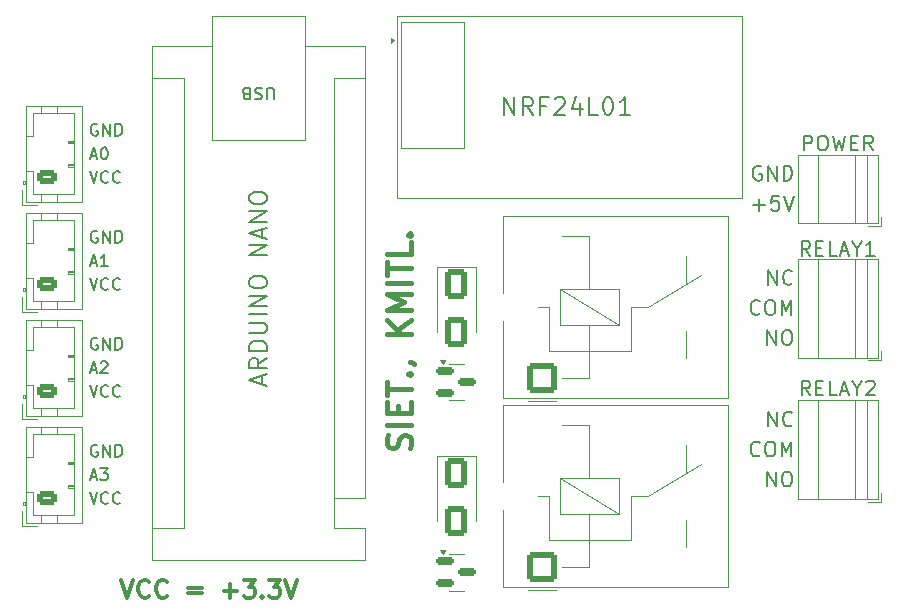
<source format=gbr>
%TF.GenerationSoftware,KiCad,Pcbnew,8.0.5*%
%TF.CreationDate,2025-02-12T03:45:18+07:00*%
%TF.ProjectId,SmartFarmMySensors_ArduinoNano,536d6172-7446-4617-926d-4d7953656e73,rev?*%
%TF.SameCoordinates,Original*%
%TF.FileFunction,Legend,Top*%
%TF.FilePolarity,Positive*%
%FSLAX46Y46*%
G04 Gerber Fmt 4.6, Leading zero omitted, Abs format (unit mm)*
G04 Created by KiCad (PCBNEW 8.0.5) date 2025-02-12 03:45:18*
%MOMM*%
%LPD*%
G01*
G04 APERTURE LIST*
G04 Aperture macros list*
%AMRoundRect*
0 Rectangle with rounded corners*
0 $1 Rounding radius*
0 $2 $3 $4 $5 $6 $7 $8 $9 X,Y pos of 4 corners*
0 Add a 4 corners polygon primitive as box body*
4,1,4,$2,$3,$4,$5,$6,$7,$8,$9,$2,$3,0*
0 Add four circle primitives for the rounded corners*
1,1,$1+$1,$2,$3*
1,1,$1+$1,$4,$5*
1,1,$1+$1,$6,$7*
1,1,$1+$1,$8,$9*
0 Add four rect primitives between the rounded corners*
20,1,$1+$1,$2,$3,$4,$5,0*
20,1,$1+$1,$4,$5,$6,$7,0*
20,1,$1+$1,$6,$7,$8,$9,0*
20,1,$1+$1,$8,$9,$2,$3,0*%
G04 Aperture macros list end*
%ADD10C,0.400000*%
%ADD11C,0.300000*%
%ADD12C,0.200000*%
%ADD13C,0.150000*%
%ADD14C,0.156250*%
%ADD15C,0.120000*%
%ADD16R,1.700000X1.700000*%
%ADD17C,1.700000*%
%ADD18RoundRect,0.150000X-0.587500X-0.150000X0.587500X-0.150000X0.587500X0.150000X-0.587500X0.150000X0*%
%ADD19C,2.400000*%
%ADD20RoundRect,0.250000X1.000000X-1.000000X1.000000X1.000000X-1.000000X1.000000X-1.000000X-1.000000X0*%
%ADD21R,2.000000X2.000000*%
%ADD22C,2.000000*%
%ADD23RoundRect,0.250000X0.625000X-0.350000X0.625000X0.350000X-0.625000X0.350000X-0.625000X-0.350000X0*%
%ADD24O,1.750000X1.200000*%
%ADD25C,0.800000*%
%ADD26C,6.400000*%
%ADD27RoundRect,0.250000X-0.650000X1.000000X-0.650000X-1.000000X0.650000X-1.000000X0.650000X1.000000X0*%
%ADD28R,1.600000X1.600000*%
%ADD29O,1.600000X1.600000*%
G04 APERTURE END LIST*
D10*
X142489200Y-85305890D02*
X142584438Y-85020176D01*
X142584438Y-85020176D02*
X142584438Y-84543985D01*
X142584438Y-84543985D02*
X142489200Y-84353509D01*
X142489200Y-84353509D02*
X142393961Y-84258271D01*
X142393961Y-84258271D02*
X142203485Y-84163033D01*
X142203485Y-84163033D02*
X142013009Y-84163033D01*
X142013009Y-84163033D02*
X141822533Y-84258271D01*
X141822533Y-84258271D02*
X141727295Y-84353509D01*
X141727295Y-84353509D02*
X141632057Y-84543985D01*
X141632057Y-84543985D02*
X141536819Y-84924938D01*
X141536819Y-84924938D02*
X141441580Y-85115414D01*
X141441580Y-85115414D02*
X141346342Y-85210652D01*
X141346342Y-85210652D02*
X141155866Y-85305890D01*
X141155866Y-85305890D02*
X140965390Y-85305890D01*
X140965390Y-85305890D02*
X140774914Y-85210652D01*
X140774914Y-85210652D02*
X140679676Y-85115414D01*
X140679676Y-85115414D02*
X140584438Y-84924938D01*
X140584438Y-84924938D02*
X140584438Y-84448747D01*
X140584438Y-84448747D02*
X140679676Y-84163033D01*
X142584438Y-83305890D02*
X140584438Y-83305890D01*
X141536819Y-82353509D02*
X141536819Y-81686842D01*
X142584438Y-81401128D02*
X142584438Y-82353509D01*
X142584438Y-82353509D02*
X140584438Y-82353509D01*
X140584438Y-82353509D02*
X140584438Y-81401128D01*
X140584438Y-80829699D02*
X140584438Y-79686842D01*
X142584438Y-80258271D02*
X140584438Y-80258271D01*
X142393961Y-79020175D02*
X142489200Y-78924937D01*
X142489200Y-78924937D02*
X142584438Y-79020175D01*
X142584438Y-79020175D02*
X142489200Y-79115413D01*
X142489200Y-79115413D02*
X142393961Y-79020175D01*
X142393961Y-79020175D02*
X142584438Y-79020175D01*
X142489200Y-77972556D02*
X142584438Y-77972556D01*
X142584438Y-77972556D02*
X142774914Y-78067794D01*
X142774914Y-78067794D02*
X142870152Y-78163032D01*
X142584438Y-75591603D02*
X140584438Y-75591603D01*
X142584438Y-74448746D02*
X141441580Y-75305889D01*
X140584438Y-74448746D02*
X141727295Y-75591603D01*
X142584438Y-73591603D02*
X140584438Y-73591603D01*
X140584438Y-73591603D02*
X142013009Y-72924936D01*
X142013009Y-72924936D02*
X140584438Y-72258270D01*
X140584438Y-72258270D02*
X142584438Y-72258270D01*
X142584438Y-71305889D02*
X140584438Y-71305889D01*
X140584438Y-70639222D02*
X140584438Y-69496365D01*
X142584438Y-70067794D02*
X140584438Y-70067794D01*
X142584438Y-67877317D02*
X142584438Y-68829698D01*
X142584438Y-68829698D02*
X140584438Y-68829698D01*
X142393961Y-67210650D02*
X142489200Y-67115412D01*
X142489200Y-67115412D02*
X142584438Y-67210650D01*
X142584438Y-67210650D02*
X142489200Y-67305888D01*
X142489200Y-67305888D02*
X142393961Y-67210650D01*
X142393961Y-67210650D02*
X142584438Y-67210650D01*
D11*
X118090225Y-96450828D02*
X118590225Y-97950828D01*
X118590225Y-97950828D02*
X119090225Y-96450828D01*
X120447367Y-97807971D02*
X120375939Y-97879400D01*
X120375939Y-97879400D02*
X120161653Y-97950828D01*
X120161653Y-97950828D02*
X120018796Y-97950828D01*
X120018796Y-97950828D02*
X119804510Y-97879400D01*
X119804510Y-97879400D02*
X119661653Y-97736542D01*
X119661653Y-97736542D02*
X119590224Y-97593685D01*
X119590224Y-97593685D02*
X119518796Y-97307971D01*
X119518796Y-97307971D02*
X119518796Y-97093685D01*
X119518796Y-97093685D02*
X119590224Y-96807971D01*
X119590224Y-96807971D02*
X119661653Y-96665114D01*
X119661653Y-96665114D02*
X119804510Y-96522257D01*
X119804510Y-96522257D02*
X120018796Y-96450828D01*
X120018796Y-96450828D02*
X120161653Y-96450828D01*
X120161653Y-96450828D02*
X120375939Y-96522257D01*
X120375939Y-96522257D02*
X120447367Y-96593685D01*
X121947367Y-97807971D02*
X121875939Y-97879400D01*
X121875939Y-97879400D02*
X121661653Y-97950828D01*
X121661653Y-97950828D02*
X121518796Y-97950828D01*
X121518796Y-97950828D02*
X121304510Y-97879400D01*
X121304510Y-97879400D02*
X121161653Y-97736542D01*
X121161653Y-97736542D02*
X121090224Y-97593685D01*
X121090224Y-97593685D02*
X121018796Y-97307971D01*
X121018796Y-97307971D02*
X121018796Y-97093685D01*
X121018796Y-97093685D02*
X121090224Y-96807971D01*
X121090224Y-96807971D02*
X121161653Y-96665114D01*
X121161653Y-96665114D02*
X121304510Y-96522257D01*
X121304510Y-96522257D02*
X121518796Y-96450828D01*
X121518796Y-96450828D02*
X121661653Y-96450828D01*
X121661653Y-96450828D02*
X121875939Y-96522257D01*
X121875939Y-96522257D02*
X121947367Y-96593685D01*
X123733081Y-97165114D02*
X124875939Y-97165114D01*
X124875939Y-97593685D02*
X123733081Y-97593685D01*
X126733081Y-97379400D02*
X127875939Y-97379400D01*
X127304510Y-97950828D02*
X127304510Y-96807971D01*
X128447367Y-96450828D02*
X129375939Y-96450828D01*
X129375939Y-96450828D02*
X128875939Y-97022257D01*
X128875939Y-97022257D02*
X129090224Y-97022257D01*
X129090224Y-97022257D02*
X129233082Y-97093685D01*
X129233082Y-97093685D02*
X129304510Y-97165114D01*
X129304510Y-97165114D02*
X129375939Y-97307971D01*
X129375939Y-97307971D02*
X129375939Y-97665114D01*
X129375939Y-97665114D02*
X129304510Y-97807971D01*
X129304510Y-97807971D02*
X129233082Y-97879400D01*
X129233082Y-97879400D02*
X129090224Y-97950828D01*
X129090224Y-97950828D02*
X128661653Y-97950828D01*
X128661653Y-97950828D02*
X128518796Y-97879400D01*
X128518796Y-97879400D02*
X128447367Y-97807971D01*
X130018795Y-97807971D02*
X130090224Y-97879400D01*
X130090224Y-97879400D02*
X130018795Y-97950828D01*
X130018795Y-97950828D02*
X129947367Y-97879400D01*
X129947367Y-97879400D02*
X130018795Y-97807971D01*
X130018795Y-97807971D02*
X130018795Y-97950828D01*
X130590224Y-96450828D02*
X131518796Y-96450828D01*
X131518796Y-96450828D02*
X131018796Y-97022257D01*
X131018796Y-97022257D02*
X131233081Y-97022257D01*
X131233081Y-97022257D02*
X131375939Y-97093685D01*
X131375939Y-97093685D02*
X131447367Y-97165114D01*
X131447367Y-97165114D02*
X131518796Y-97307971D01*
X131518796Y-97307971D02*
X131518796Y-97665114D01*
X131518796Y-97665114D02*
X131447367Y-97807971D01*
X131447367Y-97807971D02*
X131375939Y-97879400D01*
X131375939Y-97879400D02*
X131233081Y-97950828D01*
X131233081Y-97950828D02*
X130804510Y-97950828D01*
X130804510Y-97950828D02*
X130661653Y-97879400D01*
X130661653Y-97879400D02*
X130590224Y-97807971D01*
X131947367Y-96450828D02*
X132447367Y-97950828D01*
X132447367Y-97950828D02*
X132947367Y-96450828D01*
D12*
X150495864Y-57077528D02*
X150495864Y-55577528D01*
X150495864Y-55577528D02*
X151353007Y-57077528D01*
X151353007Y-57077528D02*
X151353007Y-55577528D01*
X152924436Y-57077528D02*
X152424436Y-56363242D01*
X152067293Y-57077528D02*
X152067293Y-55577528D01*
X152067293Y-55577528D02*
X152638722Y-55577528D01*
X152638722Y-55577528D02*
X152781579Y-55648957D01*
X152781579Y-55648957D02*
X152853008Y-55720385D01*
X152853008Y-55720385D02*
X152924436Y-55863242D01*
X152924436Y-55863242D02*
X152924436Y-56077528D01*
X152924436Y-56077528D02*
X152853008Y-56220385D01*
X152853008Y-56220385D02*
X152781579Y-56291814D01*
X152781579Y-56291814D02*
X152638722Y-56363242D01*
X152638722Y-56363242D02*
X152067293Y-56363242D01*
X154067293Y-56291814D02*
X153567293Y-56291814D01*
X153567293Y-57077528D02*
X153567293Y-55577528D01*
X153567293Y-55577528D02*
X154281579Y-55577528D01*
X154781579Y-55720385D02*
X154853007Y-55648957D01*
X154853007Y-55648957D02*
X154995865Y-55577528D01*
X154995865Y-55577528D02*
X155353007Y-55577528D01*
X155353007Y-55577528D02*
X155495865Y-55648957D01*
X155495865Y-55648957D02*
X155567293Y-55720385D01*
X155567293Y-55720385D02*
X155638722Y-55863242D01*
X155638722Y-55863242D02*
X155638722Y-56006100D01*
X155638722Y-56006100D02*
X155567293Y-56220385D01*
X155567293Y-56220385D02*
X154710150Y-57077528D01*
X154710150Y-57077528D02*
X155638722Y-57077528D01*
X156924436Y-56077528D02*
X156924436Y-57077528D01*
X156567293Y-55506100D02*
X156210150Y-56577528D01*
X156210150Y-56577528D02*
X157138721Y-56577528D01*
X158424435Y-57077528D02*
X157710149Y-57077528D01*
X157710149Y-57077528D02*
X157710149Y-55577528D01*
X159210150Y-55577528D02*
X159353007Y-55577528D01*
X159353007Y-55577528D02*
X159495864Y-55648957D01*
X159495864Y-55648957D02*
X159567293Y-55720385D01*
X159567293Y-55720385D02*
X159638721Y-55863242D01*
X159638721Y-55863242D02*
X159710150Y-56148957D01*
X159710150Y-56148957D02*
X159710150Y-56506100D01*
X159710150Y-56506100D02*
X159638721Y-56791814D01*
X159638721Y-56791814D02*
X159567293Y-56934671D01*
X159567293Y-56934671D02*
X159495864Y-57006100D01*
X159495864Y-57006100D02*
X159353007Y-57077528D01*
X159353007Y-57077528D02*
X159210150Y-57077528D01*
X159210150Y-57077528D02*
X159067293Y-57006100D01*
X159067293Y-57006100D02*
X158995864Y-56934671D01*
X158995864Y-56934671D02*
X158924435Y-56791814D01*
X158924435Y-56791814D02*
X158853007Y-56506100D01*
X158853007Y-56506100D02*
X158853007Y-56148957D01*
X158853007Y-56148957D02*
X158924435Y-55863242D01*
X158924435Y-55863242D02*
X158995864Y-55720385D01*
X158995864Y-55720385D02*
X159067293Y-55648957D01*
X159067293Y-55648957D02*
X159210150Y-55577528D01*
X161138721Y-57077528D02*
X160281578Y-57077528D01*
X160710149Y-57077528D02*
X160710149Y-55577528D01*
X160710149Y-55577528D02*
X160567292Y-55791814D01*
X160567292Y-55791814D02*
X160424435Y-55934671D01*
X160424435Y-55934671D02*
X160281578Y-56006100D01*
X129977457Y-79901280D02*
X129977457Y-79186995D01*
X130406028Y-80044137D02*
X128906028Y-79544137D01*
X128906028Y-79544137D02*
X130406028Y-79044137D01*
X130406028Y-77686995D02*
X129691742Y-78186995D01*
X130406028Y-78544138D02*
X128906028Y-78544138D01*
X128906028Y-78544138D02*
X128906028Y-77972709D01*
X128906028Y-77972709D02*
X128977457Y-77829852D01*
X128977457Y-77829852D02*
X129048885Y-77758423D01*
X129048885Y-77758423D02*
X129191742Y-77686995D01*
X129191742Y-77686995D02*
X129406028Y-77686995D01*
X129406028Y-77686995D02*
X129548885Y-77758423D01*
X129548885Y-77758423D02*
X129620314Y-77829852D01*
X129620314Y-77829852D02*
X129691742Y-77972709D01*
X129691742Y-77972709D02*
X129691742Y-78544138D01*
X130406028Y-77044138D02*
X128906028Y-77044138D01*
X128906028Y-77044138D02*
X128906028Y-76686995D01*
X128906028Y-76686995D02*
X128977457Y-76472709D01*
X128977457Y-76472709D02*
X129120314Y-76329852D01*
X129120314Y-76329852D02*
X129263171Y-76258423D01*
X129263171Y-76258423D02*
X129548885Y-76186995D01*
X129548885Y-76186995D02*
X129763171Y-76186995D01*
X129763171Y-76186995D02*
X130048885Y-76258423D01*
X130048885Y-76258423D02*
X130191742Y-76329852D01*
X130191742Y-76329852D02*
X130334600Y-76472709D01*
X130334600Y-76472709D02*
X130406028Y-76686995D01*
X130406028Y-76686995D02*
X130406028Y-77044138D01*
X128906028Y-75544138D02*
X130120314Y-75544138D01*
X130120314Y-75544138D02*
X130263171Y-75472709D01*
X130263171Y-75472709D02*
X130334600Y-75401281D01*
X130334600Y-75401281D02*
X130406028Y-75258423D01*
X130406028Y-75258423D02*
X130406028Y-74972709D01*
X130406028Y-74972709D02*
X130334600Y-74829852D01*
X130334600Y-74829852D02*
X130263171Y-74758423D01*
X130263171Y-74758423D02*
X130120314Y-74686995D01*
X130120314Y-74686995D02*
X128906028Y-74686995D01*
X130406028Y-73972709D02*
X128906028Y-73972709D01*
X130406028Y-73258423D02*
X128906028Y-73258423D01*
X128906028Y-73258423D02*
X130406028Y-72401280D01*
X130406028Y-72401280D02*
X128906028Y-72401280D01*
X128906028Y-71401279D02*
X128906028Y-71115565D01*
X128906028Y-71115565D02*
X128977457Y-70972708D01*
X128977457Y-70972708D02*
X129120314Y-70829851D01*
X129120314Y-70829851D02*
X129406028Y-70758422D01*
X129406028Y-70758422D02*
X129906028Y-70758422D01*
X129906028Y-70758422D02*
X130191742Y-70829851D01*
X130191742Y-70829851D02*
X130334600Y-70972708D01*
X130334600Y-70972708D02*
X130406028Y-71115565D01*
X130406028Y-71115565D02*
X130406028Y-71401279D01*
X130406028Y-71401279D02*
X130334600Y-71544137D01*
X130334600Y-71544137D02*
X130191742Y-71686994D01*
X130191742Y-71686994D02*
X129906028Y-71758422D01*
X129906028Y-71758422D02*
X129406028Y-71758422D01*
X129406028Y-71758422D02*
X129120314Y-71686994D01*
X129120314Y-71686994D02*
X128977457Y-71544137D01*
X128977457Y-71544137D02*
X128906028Y-71401279D01*
X130406028Y-68972708D02*
X128906028Y-68972708D01*
X128906028Y-68972708D02*
X130406028Y-68115565D01*
X130406028Y-68115565D02*
X128906028Y-68115565D01*
X129977457Y-67472707D02*
X129977457Y-66758422D01*
X130406028Y-67615564D02*
X128906028Y-67115564D01*
X128906028Y-67115564D02*
X130406028Y-66615564D01*
X130406028Y-66115565D02*
X128906028Y-66115565D01*
X128906028Y-66115565D02*
X130406028Y-65258422D01*
X130406028Y-65258422D02*
X128906028Y-65258422D01*
X128906028Y-64258421D02*
X128906028Y-63972707D01*
X128906028Y-63972707D02*
X128977457Y-63829850D01*
X128977457Y-63829850D02*
X129120314Y-63686993D01*
X129120314Y-63686993D02*
X129406028Y-63615564D01*
X129406028Y-63615564D02*
X129906028Y-63615564D01*
X129906028Y-63615564D02*
X130191742Y-63686993D01*
X130191742Y-63686993D02*
X130334600Y-63829850D01*
X130334600Y-63829850D02*
X130406028Y-63972707D01*
X130406028Y-63972707D02*
X130406028Y-64258421D01*
X130406028Y-64258421D02*
X130334600Y-64401279D01*
X130334600Y-64401279D02*
X130191742Y-64544136D01*
X130191742Y-64544136D02*
X129906028Y-64615564D01*
X129906028Y-64615564D02*
X129406028Y-64615564D01*
X129406028Y-64615564D02*
X129120314Y-64544136D01*
X129120314Y-64544136D02*
X128977457Y-64401279D01*
X128977457Y-64401279D02*
X128906028Y-64258421D01*
D13*
X115393922Y-89012157D02*
X115727255Y-90012157D01*
X115727255Y-90012157D02*
X116060588Y-89012157D01*
X116965350Y-89916918D02*
X116917731Y-89964538D01*
X116917731Y-89964538D02*
X116774874Y-90012157D01*
X116774874Y-90012157D02*
X116679636Y-90012157D01*
X116679636Y-90012157D02*
X116536779Y-89964538D01*
X116536779Y-89964538D02*
X116441541Y-89869299D01*
X116441541Y-89869299D02*
X116393922Y-89774061D01*
X116393922Y-89774061D02*
X116346303Y-89583585D01*
X116346303Y-89583585D02*
X116346303Y-89440728D01*
X116346303Y-89440728D02*
X116393922Y-89250252D01*
X116393922Y-89250252D02*
X116441541Y-89155014D01*
X116441541Y-89155014D02*
X116536779Y-89059776D01*
X116536779Y-89059776D02*
X116679636Y-89012157D01*
X116679636Y-89012157D02*
X116774874Y-89012157D01*
X116774874Y-89012157D02*
X116917731Y-89059776D01*
X116917731Y-89059776D02*
X116965350Y-89107395D01*
X117965350Y-89916918D02*
X117917731Y-89964538D01*
X117917731Y-89964538D02*
X117774874Y-90012157D01*
X117774874Y-90012157D02*
X117679636Y-90012157D01*
X117679636Y-90012157D02*
X117536779Y-89964538D01*
X117536779Y-89964538D02*
X117441541Y-89869299D01*
X117441541Y-89869299D02*
X117393922Y-89774061D01*
X117393922Y-89774061D02*
X117346303Y-89583585D01*
X117346303Y-89583585D02*
X117346303Y-89440728D01*
X117346303Y-89440728D02*
X117393922Y-89250252D01*
X117393922Y-89250252D02*
X117441541Y-89155014D01*
X117441541Y-89155014D02*
X117536779Y-89059776D01*
X117536779Y-89059776D02*
X117679636Y-89012157D01*
X117679636Y-89012157D02*
X117774874Y-89012157D01*
X117774874Y-89012157D02*
X117917731Y-89059776D01*
X117917731Y-89059776D02*
X117965350Y-89107395D01*
X116060588Y-85059776D02*
X115965350Y-85012157D01*
X115965350Y-85012157D02*
X115822493Y-85012157D01*
X115822493Y-85012157D02*
X115679636Y-85059776D01*
X115679636Y-85059776D02*
X115584398Y-85155014D01*
X115584398Y-85155014D02*
X115536779Y-85250252D01*
X115536779Y-85250252D02*
X115489160Y-85440728D01*
X115489160Y-85440728D02*
X115489160Y-85583585D01*
X115489160Y-85583585D02*
X115536779Y-85774061D01*
X115536779Y-85774061D02*
X115584398Y-85869299D01*
X115584398Y-85869299D02*
X115679636Y-85964538D01*
X115679636Y-85964538D02*
X115822493Y-86012157D01*
X115822493Y-86012157D02*
X115917731Y-86012157D01*
X115917731Y-86012157D02*
X116060588Y-85964538D01*
X116060588Y-85964538D02*
X116108207Y-85916918D01*
X116108207Y-85916918D02*
X116108207Y-85583585D01*
X116108207Y-85583585D02*
X115917731Y-85583585D01*
X116536779Y-86012157D02*
X116536779Y-85012157D01*
X116536779Y-85012157D02*
X117108207Y-86012157D01*
X117108207Y-86012157D02*
X117108207Y-85012157D01*
X117584398Y-86012157D02*
X117584398Y-85012157D01*
X117584398Y-85012157D02*
X117822493Y-85012157D01*
X117822493Y-85012157D02*
X117965350Y-85059776D01*
X117965350Y-85059776D02*
X118060588Y-85155014D01*
X118060588Y-85155014D02*
X118108207Y-85250252D01*
X118108207Y-85250252D02*
X118155826Y-85440728D01*
X118155826Y-85440728D02*
X118155826Y-85583585D01*
X118155826Y-85583585D02*
X118108207Y-85774061D01*
X118108207Y-85774061D02*
X118060588Y-85869299D01*
X118060588Y-85869299D02*
X117965350Y-85964538D01*
X117965350Y-85964538D02*
X117822493Y-86012157D01*
X117822493Y-86012157D02*
X117584398Y-86012157D01*
X115489160Y-87726442D02*
X115965350Y-87726442D01*
X115393922Y-88012157D02*
X115727255Y-87012157D01*
X115727255Y-87012157D02*
X116060588Y-88012157D01*
X116298684Y-87012157D02*
X116917731Y-87012157D01*
X116917731Y-87012157D02*
X116584398Y-87393109D01*
X116584398Y-87393109D02*
X116727255Y-87393109D01*
X116727255Y-87393109D02*
X116822493Y-87440728D01*
X116822493Y-87440728D02*
X116870112Y-87488347D01*
X116870112Y-87488347D02*
X116917731Y-87583585D01*
X116917731Y-87583585D02*
X116917731Y-87821680D01*
X116917731Y-87821680D02*
X116870112Y-87916918D01*
X116870112Y-87916918D02*
X116822493Y-87964538D01*
X116822493Y-87964538D02*
X116727255Y-88012157D01*
X116727255Y-88012157D02*
X116441541Y-88012157D01*
X116441541Y-88012157D02*
X116346303Y-87964538D01*
X116346303Y-87964538D02*
X116298684Y-87916918D01*
X116060588Y-76000365D02*
X115965350Y-75952746D01*
X115965350Y-75952746D02*
X115822493Y-75952746D01*
X115822493Y-75952746D02*
X115679636Y-76000365D01*
X115679636Y-76000365D02*
X115584398Y-76095603D01*
X115584398Y-76095603D02*
X115536779Y-76190841D01*
X115536779Y-76190841D02*
X115489160Y-76381317D01*
X115489160Y-76381317D02*
X115489160Y-76524174D01*
X115489160Y-76524174D02*
X115536779Y-76714650D01*
X115536779Y-76714650D02*
X115584398Y-76809888D01*
X115584398Y-76809888D02*
X115679636Y-76905127D01*
X115679636Y-76905127D02*
X115822493Y-76952746D01*
X115822493Y-76952746D02*
X115917731Y-76952746D01*
X115917731Y-76952746D02*
X116060588Y-76905127D01*
X116060588Y-76905127D02*
X116108207Y-76857507D01*
X116108207Y-76857507D02*
X116108207Y-76524174D01*
X116108207Y-76524174D02*
X115917731Y-76524174D01*
X116536779Y-76952746D02*
X116536779Y-75952746D01*
X116536779Y-75952746D02*
X117108207Y-76952746D01*
X117108207Y-76952746D02*
X117108207Y-75952746D01*
X117584398Y-76952746D02*
X117584398Y-75952746D01*
X117584398Y-75952746D02*
X117822493Y-75952746D01*
X117822493Y-75952746D02*
X117965350Y-76000365D01*
X117965350Y-76000365D02*
X118060588Y-76095603D01*
X118060588Y-76095603D02*
X118108207Y-76190841D01*
X118108207Y-76190841D02*
X118155826Y-76381317D01*
X118155826Y-76381317D02*
X118155826Y-76524174D01*
X118155826Y-76524174D02*
X118108207Y-76714650D01*
X118108207Y-76714650D02*
X118060588Y-76809888D01*
X118060588Y-76809888D02*
X117965350Y-76905127D01*
X117965350Y-76905127D02*
X117822493Y-76952746D01*
X117822493Y-76952746D02*
X117584398Y-76952746D01*
X115489160Y-78667031D02*
X115965350Y-78667031D01*
X115393922Y-78952746D02*
X115727255Y-77952746D01*
X115727255Y-77952746D02*
X116060588Y-78952746D01*
X116346303Y-78047984D02*
X116393922Y-78000365D01*
X116393922Y-78000365D02*
X116489160Y-77952746D01*
X116489160Y-77952746D02*
X116727255Y-77952746D01*
X116727255Y-77952746D02*
X116822493Y-78000365D01*
X116822493Y-78000365D02*
X116870112Y-78047984D01*
X116870112Y-78047984D02*
X116917731Y-78143222D01*
X116917731Y-78143222D02*
X116917731Y-78238460D01*
X116917731Y-78238460D02*
X116870112Y-78381317D01*
X116870112Y-78381317D02*
X116298684Y-78952746D01*
X116298684Y-78952746D02*
X116917731Y-78952746D01*
X115393922Y-79952746D02*
X115727255Y-80952746D01*
X115727255Y-80952746D02*
X116060588Y-79952746D01*
X116965350Y-80857507D02*
X116917731Y-80905127D01*
X116917731Y-80905127D02*
X116774874Y-80952746D01*
X116774874Y-80952746D02*
X116679636Y-80952746D01*
X116679636Y-80952746D02*
X116536779Y-80905127D01*
X116536779Y-80905127D02*
X116441541Y-80809888D01*
X116441541Y-80809888D02*
X116393922Y-80714650D01*
X116393922Y-80714650D02*
X116346303Y-80524174D01*
X116346303Y-80524174D02*
X116346303Y-80381317D01*
X116346303Y-80381317D02*
X116393922Y-80190841D01*
X116393922Y-80190841D02*
X116441541Y-80095603D01*
X116441541Y-80095603D02*
X116536779Y-80000365D01*
X116536779Y-80000365D02*
X116679636Y-79952746D01*
X116679636Y-79952746D02*
X116774874Y-79952746D01*
X116774874Y-79952746D02*
X116917731Y-80000365D01*
X116917731Y-80000365D02*
X116965350Y-80047984D01*
X117965350Y-80857507D02*
X117917731Y-80905127D01*
X117917731Y-80905127D02*
X117774874Y-80952746D01*
X117774874Y-80952746D02*
X117679636Y-80952746D01*
X117679636Y-80952746D02*
X117536779Y-80905127D01*
X117536779Y-80905127D02*
X117441541Y-80809888D01*
X117441541Y-80809888D02*
X117393922Y-80714650D01*
X117393922Y-80714650D02*
X117346303Y-80524174D01*
X117346303Y-80524174D02*
X117346303Y-80381317D01*
X117346303Y-80381317D02*
X117393922Y-80190841D01*
X117393922Y-80190841D02*
X117441541Y-80095603D01*
X117441541Y-80095603D02*
X117536779Y-80000365D01*
X117536779Y-80000365D02*
X117679636Y-79952746D01*
X117679636Y-79952746D02*
X117774874Y-79952746D01*
X117774874Y-79952746D02*
X117917731Y-80000365D01*
X117917731Y-80000365D02*
X117965350Y-80047984D01*
X115393922Y-70893335D02*
X115727255Y-71893335D01*
X115727255Y-71893335D02*
X116060588Y-70893335D01*
X116965350Y-71798096D02*
X116917731Y-71845716D01*
X116917731Y-71845716D02*
X116774874Y-71893335D01*
X116774874Y-71893335D02*
X116679636Y-71893335D01*
X116679636Y-71893335D02*
X116536779Y-71845716D01*
X116536779Y-71845716D02*
X116441541Y-71750477D01*
X116441541Y-71750477D02*
X116393922Y-71655239D01*
X116393922Y-71655239D02*
X116346303Y-71464763D01*
X116346303Y-71464763D02*
X116346303Y-71321906D01*
X116346303Y-71321906D02*
X116393922Y-71131430D01*
X116393922Y-71131430D02*
X116441541Y-71036192D01*
X116441541Y-71036192D02*
X116536779Y-70940954D01*
X116536779Y-70940954D02*
X116679636Y-70893335D01*
X116679636Y-70893335D02*
X116774874Y-70893335D01*
X116774874Y-70893335D02*
X116917731Y-70940954D01*
X116917731Y-70940954D02*
X116965350Y-70988573D01*
X117965350Y-71798096D02*
X117917731Y-71845716D01*
X117917731Y-71845716D02*
X117774874Y-71893335D01*
X117774874Y-71893335D02*
X117679636Y-71893335D01*
X117679636Y-71893335D02*
X117536779Y-71845716D01*
X117536779Y-71845716D02*
X117441541Y-71750477D01*
X117441541Y-71750477D02*
X117393922Y-71655239D01*
X117393922Y-71655239D02*
X117346303Y-71464763D01*
X117346303Y-71464763D02*
X117346303Y-71321906D01*
X117346303Y-71321906D02*
X117393922Y-71131430D01*
X117393922Y-71131430D02*
X117441541Y-71036192D01*
X117441541Y-71036192D02*
X117536779Y-70940954D01*
X117536779Y-70940954D02*
X117679636Y-70893335D01*
X117679636Y-70893335D02*
X117774874Y-70893335D01*
X117774874Y-70893335D02*
X117917731Y-70940954D01*
X117917731Y-70940954D02*
X117965350Y-70988573D01*
X115489160Y-69607620D02*
X115965350Y-69607620D01*
X115393922Y-69893335D02*
X115727255Y-68893335D01*
X115727255Y-68893335D02*
X116060588Y-69893335D01*
X116917731Y-69893335D02*
X116346303Y-69893335D01*
X116632017Y-69893335D02*
X116632017Y-68893335D01*
X116632017Y-68893335D02*
X116536779Y-69036192D01*
X116536779Y-69036192D02*
X116441541Y-69131430D01*
X116441541Y-69131430D02*
X116346303Y-69179049D01*
X116060588Y-66940954D02*
X115965350Y-66893335D01*
X115965350Y-66893335D02*
X115822493Y-66893335D01*
X115822493Y-66893335D02*
X115679636Y-66940954D01*
X115679636Y-66940954D02*
X115584398Y-67036192D01*
X115584398Y-67036192D02*
X115536779Y-67131430D01*
X115536779Y-67131430D02*
X115489160Y-67321906D01*
X115489160Y-67321906D02*
X115489160Y-67464763D01*
X115489160Y-67464763D02*
X115536779Y-67655239D01*
X115536779Y-67655239D02*
X115584398Y-67750477D01*
X115584398Y-67750477D02*
X115679636Y-67845716D01*
X115679636Y-67845716D02*
X115822493Y-67893335D01*
X115822493Y-67893335D02*
X115917731Y-67893335D01*
X115917731Y-67893335D02*
X116060588Y-67845716D01*
X116060588Y-67845716D02*
X116108207Y-67798096D01*
X116108207Y-67798096D02*
X116108207Y-67464763D01*
X116108207Y-67464763D02*
X115917731Y-67464763D01*
X116536779Y-67893335D02*
X116536779Y-66893335D01*
X116536779Y-66893335D02*
X117108207Y-67893335D01*
X117108207Y-67893335D02*
X117108207Y-66893335D01*
X117584398Y-67893335D02*
X117584398Y-66893335D01*
X117584398Y-66893335D02*
X117822493Y-66893335D01*
X117822493Y-66893335D02*
X117965350Y-66940954D01*
X117965350Y-66940954D02*
X118060588Y-67036192D01*
X118060588Y-67036192D02*
X118108207Y-67131430D01*
X118108207Y-67131430D02*
X118155826Y-67321906D01*
X118155826Y-67321906D02*
X118155826Y-67464763D01*
X118155826Y-67464763D02*
X118108207Y-67655239D01*
X118108207Y-67655239D02*
X118060588Y-67750477D01*
X118060588Y-67750477D02*
X117965350Y-67845716D01*
X117965350Y-67845716D02*
X117822493Y-67893335D01*
X117822493Y-67893335D02*
X117584398Y-67893335D01*
X115489160Y-60548209D02*
X115965350Y-60548209D01*
X115393922Y-60833924D02*
X115727255Y-59833924D01*
X115727255Y-59833924D02*
X116060588Y-60833924D01*
X116584398Y-59833924D02*
X116679636Y-59833924D01*
X116679636Y-59833924D02*
X116774874Y-59881543D01*
X116774874Y-59881543D02*
X116822493Y-59929162D01*
X116822493Y-59929162D02*
X116870112Y-60024400D01*
X116870112Y-60024400D02*
X116917731Y-60214876D01*
X116917731Y-60214876D02*
X116917731Y-60452971D01*
X116917731Y-60452971D02*
X116870112Y-60643447D01*
X116870112Y-60643447D02*
X116822493Y-60738685D01*
X116822493Y-60738685D02*
X116774874Y-60786305D01*
X116774874Y-60786305D02*
X116679636Y-60833924D01*
X116679636Y-60833924D02*
X116584398Y-60833924D01*
X116584398Y-60833924D02*
X116489160Y-60786305D01*
X116489160Y-60786305D02*
X116441541Y-60738685D01*
X116441541Y-60738685D02*
X116393922Y-60643447D01*
X116393922Y-60643447D02*
X116346303Y-60452971D01*
X116346303Y-60452971D02*
X116346303Y-60214876D01*
X116346303Y-60214876D02*
X116393922Y-60024400D01*
X116393922Y-60024400D02*
X116441541Y-59929162D01*
X116441541Y-59929162D02*
X116489160Y-59881543D01*
X116489160Y-59881543D02*
X116584398Y-59833924D01*
X116060588Y-57881543D02*
X115965350Y-57833924D01*
X115965350Y-57833924D02*
X115822493Y-57833924D01*
X115822493Y-57833924D02*
X115679636Y-57881543D01*
X115679636Y-57881543D02*
X115584398Y-57976781D01*
X115584398Y-57976781D02*
X115536779Y-58072019D01*
X115536779Y-58072019D02*
X115489160Y-58262495D01*
X115489160Y-58262495D02*
X115489160Y-58405352D01*
X115489160Y-58405352D02*
X115536779Y-58595828D01*
X115536779Y-58595828D02*
X115584398Y-58691066D01*
X115584398Y-58691066D02*
X115679636Y-58786305D01*
X115679636Y-58786305D02*
X115822493Y-58833924D01*
X115822493Y-58833924D02*
X115917731Y-58833924D01*
X115917731Y-58833924D02*
X116060588Y-58786305D01*
X116060588Y-58786305D02*
X116108207Y-58738685D01*
X116108207Y-58738685D02*
X116108207Y-58405352D01*
X116108207Y-58405352D02*
X115917731Y-58405352D01*
X116536779Y-58833924D02*
X116536779Y-57833924D01*
X116536779Y-57833924D02*
X117108207Y-58833924D01*
X117108207Y-58833924D02*
X117108207Y-57833924D01*
X117584398Y-58833924D02*
X117584398Y-57833924D01*
X117584398Y-57833924D02*
X117822493Y-57833924D01*
X117822493Y-57833924D02*
X117965350Y-57881543D01*
X117965350Y-57881543D02*
X118060588Y-57976781D01*
X118060588Y-57976781D02*
X118108207Y-58072019D01*
X118108207Y-58072019D02*
X118155826Y-58262495D01*
X118155826Y-58262495D02*
X118155826Y-58405352D01*
X118155826Y-58405352D02*
X118108207Y-58595828D01*
X118108207Y-58595828D02*
X118060588Y-58691066D01*
X118060588Y-58691066D02*
X117965350Y-58786305D01*
X117965350Y-58786305D02*
X117822493Y-58833924D01*
X117822493Y-58833924D02*
X117584398Y-58833924D01*
X115393922Y-61833924D02*
X115727255Y-62833924D01*
X115727255Y-62833924D02*
X116060588Y-61833924D01*
X116965350Y-62738685D02*
X116917731Y-62786305D01*
X116917731Y-62786305D02*
X116774874Y-62833924D01*
X116774874Y-62833924D02*
X116679636Y-62833924D01*
X116679636Y-62833924D02*
X116536779Y-62786305D01*
X116536779Y-62786305D02*
X116441541Y-62691066D01*
X116441541Y-62691066D02*
X116393922Y-62595828D01*
X116393922Y-62595828D02*
X116346303Y-62405352D01*
X116346303Y-62405352D02*
X116346303Y-62262495D01*
X116346303Y-62262495D02*
X116393922Y-62072019D01*
X116393922Y-62072019D02*
X116441541Y-61976781D01*
X116441541Y-61976781D02*
X116536779Y-61881543D01*
X116536779Y-61881543D02*
X116679636Y-61833924D01*
X116679636Y-61833924D02*
X116774874Y-61833924D01*
X116774874Y-61833924D02*
X116917731Y-61881543D01*
X116917731Y-61881543D02*
X116965350Y-61929162D01*
X117965350Y-62738685D02*
X117917731Y-62786305D01*
X117917731Y-62786305D02*
X117774874Y-62833924D01*
X117774874Y-62833924D02*
X117679636Y-62833924D01*
X117679636Y-62833924D02*
X117536779Y-62786305D01*
X117536779Y-62786305D02*
X117441541Y-62691066D01*
X117441541Y-62691066D02*
X117393922Y-62595828D01*
X117393922Y-62595828D02*
X117346303Y-62405352D01*
X117346303Y-62405352D02*
X117346303Y-62262495D01*
X117346303Y-62262495D02*
X117393922Y-62072019D01*
X117393922Y-62072019D02*
X117441541Y-61976781D01*
X117441541Y-61976781D02*
X117536779Y-61881543D01*
X117536779Y-61881543D02*
X117679636Y-61833924D01*
X117679636Y-61833924D02*
X117774874Y-61833924D01*
X117774874Y-61833924D02*
X117917731Y-61881543D01*
X117917731Y-61881543D02*
X117965350Y-61929162D01*
D14*
X176392230Y-80838898D02*
X175975564Y-80243660D01*
X175677945Y-80838898D02*
X175677945Y-79588898D01*
X175677945Y-79588898D02*
X176154135Y-79588898D01*
X176154135Y-79588898D02*
X176273183Y-79648422D01*
X176273183Y-79648422D02*
X176332706Y-79707946D01*
X176332706Y-79707946D02*
X176392230Y-79826994D01*
X176392230Y-79826994D02*
X176392230Y-80005565D01*
X176392230Y-80005565D02*
X176332706Y-80124613D01*
X176332706Y-80124613D02*
X176273183Y-80184136D01*
X176273183Y-80184136D02*
X176154135Y-80243660D01*
X176154135Y-80243660D02*
X175677945Y-80243660D01*
X176927945Y-80184136D02*
X177344611Y-80184136D01*
X177523183Y-80838898D02*
X176927945Y-80838898D01*
X176927945Y-80838898D02*
X176927945Y-79588898D01*
X176927945Y-79588898D02*
X177523183Y-79588898D01*
X178654135Y-80838898D02*
X178058897Y-80838898D01*
X178058897Y-80838898D02*
X178058897Y-79588898D01*
X179011278Y-80481755D02*
X179606516Y-80481755D01*
X178892230Y-80838898D02*
X179308897Y-79588898D01*
X179308897Y-79588898D02*
X179725563Y-80838898D01*
X180380326Y-80243660D02*
X180380326Y-80838898D01*
X179963659Y-79588898D02*
X180380326Y-80243660D01*
X180380326Y-80243660D02*
X180796992Y-79588898D01*
X181154136Y-79707946D02*
X181213660Y-79648422D01*
X181213660Y-79648422D02*
X181332707Y-79588898D01*
X181332707Y-79588898D02*
X181630326Y-79588898D01*
X181630326Y-79588898D02*
X181749374Y-79648422D01*
X181749374Y-79648422D02*
X181808898Y-79707946D01*
X181808898Y-79707946D02*
X181868421Y-79826994D01*
X181868421Y-79826994D02*
X181868421Y-79946041D01*
X181868421Y-79946041D02*
X181808898Y-80124613D01*
X181808898Y-80124613D02*
X181094612Y-80838898D01*
X181094612Y-80838898D02*
X181868421Y-80838898D01*
X176392230Y-68988898D02*
X175975564Y-68393660D01*
X175677945Y-68988898D02*
X175677945Y-67738898D01*
X175677945Y-67738898D02*
X176154135Y-67738898D01*
X176154135Y-67738898D02*
X176273183Y-67798422D01*
X176273183Y-67798422D02*
X176332706Y-67857946D01*
X176332706Y-67857946D02*
X176392230Y-67976994D01*
X176392230Y-67976994D02*
X176392230Y-68155565D01*
X176392230Y-68155565D02*
X176332706Y-68274613D01*
X176332706Y-68274613D02*
X176273183Y-68334136D01*
X176273183Y-68334136D02*
X176154135Y-68393660D01*
X176154135Y-68393660D02*
X175677945Y-68393660D01*
X176927945Y-68334136D02*
X177344611Y-68334136D01*
X177523183Y-68988898D02*
X176927945Y-68988898D01*
X176927945Y-68988898D02*
X176927945Y-67738898D01*
X176927945Y-67738898D02*
X177523183Y-67738898D01*
X178654135Y-68988898D02*
X178058897Y-68988898D01*
X178058897Y-68988898D02*
X178058897Y-67738898D01*
X179011278Y-68631755D02*
X179606516Y-68631755D01*
X178892230Y-68988898D02*
X179308897Y-67738898D01*
X179308897Y-67738898D02*
X179725563Y-68988898D01*
X180380326Y-68393660D02*
X180380326Y-68988898D01*
X179963659Y-67738898D02*
X180380326Y-68393660D01*
X180380326Y-68393660D02*
X180796992Y-67738898D01*
X181868421Y-68988898D02*
X181154136Y-68988898D01*
X181511279Y-68988898D02*
X181511279Y-67738898D01*
X181511279Y-67738898D02*
X181392231Y-67917470D01*
X181392231Y-67917470D02*
X181273183Y-68036517D01*
X181273183Y-68036517D02*
X181154136Y-68096041D01*
X175856517Y-60088898D02*
X175856517Y-58838898D01*
X175856517Y-58838898D02*
X176332707Y-58838898D01*
X176332707Y-58838898D02*
X176451755Y-58898422D01*
X176451755Y-58898422D02*
X176511278Y-58957946D01*
X176511278Y-58957946D02*
X176570802Y-59076994D01*
X176570802Y-59076994D02*
X176570802Y-59255565D01*
X176570802Y-59255565D02*
X176511278Y-59374613D01*
X176511278Y-59374613D02*
X176451755Y-59434136D01*
X176451755Y-59434136D02*
X176332707Y-59493660D01*
X176332707Y-59493660D02*
X175856517Y-59493660D01*
X177344612Y-58838898D02*
X177582707Y-58838898D01*
X177582707Y-58838898D02*
X177701755Y-58898422D01*
X177701755Y-58898422D02*
X177820802Y-59017470D01*
X177820802Y-59017470D02*
X177880326Y-59255565D01*
X177880326Y-59255565D02*
X177880326Y-59672232D01*
X177880326Y-59672232D02*
X177820802Y-59910327D01*
X177820802Y-59910327D02*
X177701755Y-60029375D01*
X177701755Y-60029375D02*
X177582707Y-60088898D01*
X177582707Y-60088898D02*
X177344612Y-60088898D01*
X177344612Y-60088898D02*
X177225564Y-60029375D01*
X177225564Y-60029375D02*
X177106517Y-59910327D01*
X177106517Y-59910327D02*
X177046993Y-59672232D01*
X177046993Y-59672232D02*
X177046993Y-59255565D01*
X177046993Y-59255565D02*
X177106517Y-59017470D01*
X177106517Y-59017470D02*
X177225564Y-58898422D01*
X177225564Y-58898422D02*
X177344612Y-58838898D01*
X178296993Y-58838898D02*
X178594612Y-60088898D01*
X178594612Y-60088898D02*
X178832707Y-59196041D01*
X178832707Y-59196041D02*
X179070802Y-60088898D01*
X179070802Y-60088898D02*
X179368422Y-58838898D01*
X179844612Y-59434136D02*
X180261278Y-59434136D01*
X180439850Y-60088898D02*
X179844612Y-60088898D01*
X179844612Y-60088898D02*
X179844612Y-58838898D01*
X179844612Y-58838898D02*
X180439850Y-58838898D01*
X181689849Y-60088898D02*
X181273183Y-59493660D01*
X180975564Y-60088898D02*
X180975564Y-58838898D01*
X180975564Y-58838898D02*
X181451754Y-58838898D01*
X181451754Y-58838898D02*
X181570802Y-58898422D01*
X181570802Y-58898422D02*
X181630325Y-58957946D01*
X181630325Y-58957946D02*
X181689849Y-59076994D01*
X181689849Y-59076994D02*
X181689849Y-59255565D01*
X181689849Y-59255565D02*
X181630325Y-59374613D01*
X181630325Y-59374613D02*
X181570802Y-59434136D01*
X181570802Y-59434136D02*
X181451754Y-59493660D01*
X181451754Y-59493660D02*
X180975564Y-59493660D01*
X172850415Y-83452179D02*
X172850415Y-82202179D01*
X172850415Y-82202179D02*
X173564700Y-83452179D01*
X173564700Y-83452179D02*
X173564700Y-82202179D01*
X174874224Y-83333132D02*
X174814700Y-83392656D01*
X174814700Y-83392656D02*
X174636129Y-83452179D01*
X174636129Y-83452179D02*
X174517081Y-83452179D01*
X174517081Y-83452179D02*
X174338510Y-83392656D01*
X174338510Y-83392656D02*
X174219462Y-83273608D01*
X174219462Y-83273608D02*
X174159939Y-83154560D01*
X174159939Y-83154560D02*
X174100415Y-82916465D01*
X174100415Y-82916465D02*
X174100415Y-82737894D01*
X174100415Y-82737894D02*
X174159939Y-82499798D01*
X174159939Y-82499798D02*
X174219462Y-82380751D01*
X174219462Y-82380751D02*
X174338510Y-82261703D01*
X174338510Y-82261703D02*
X174517081Y-82202179D01*
X174517081Y-82202179D02*
X174636129Y-82202179D01*
X174636129Y-82202179D02*
X174814700Y-82261703D01*
X174814700Y-82261703D02*
X174874224Y-82321227D01*
X172136129Y-85873132D02*
X172076605Y-85932656D01*
X172076605Y-85932656D02*
X171898034Y-85992179D01*
X171898034Y-85992179D02*
X171778986Y-85992179D01*
X171778986Y-85992179D02*
X171600415Y-85932656D01*
X171600415Y-85932656D02*
X171481367Y-85813608D01*
X171481367Y-85813608D02*
X171421844Y-85694560D01*
X171421844Y-85694560D02*
X171362320Y-85456465D01*
X171362320Y-85456465D02*
X171362320Y-85277894D01*
X171362320Y-85277894D02*
X171421844Y-85039798D01*
X171421844Y-85039798D02*
X171481367Y-84920751D01*
X171481367Y-84920751D02*
X171600415Y-84801703D01*
X171600415Y-84801703D02*
X171778986Y-84742179D01*
X171778986Y-84742179D02*
X171898034Y-84742179D01*
X171898034Y-84742179D02*
X172076605Y-84801703D01*
X172076605Y-84801703D02*
X172136129Y-84861227D01*
X172909939Y-84742179D02*
X173148034Y-84742179D01*
X173148034Y-84742179D02*
X173267082Y-84801703D01*
X173267082Y-84801703D02*
X173386129Y-84920751D01*
X173386129Y-84920751D02*
X173445653Y-85158846D01*
X173445653Y-85158846D02*
X173445653Y-85575513D01*
X173445653Y-85575513D02*
X173386129Y-85813608D01*
X173386129Y-85813608D02*
X173267082Y-85932656D01*
X173267082Y-85932656D02*
X173148034Y-85992179D01*
X173148034Y-85992179D02*
X172909939Y-85992179D01*
X172909939Y-85992179D02*
X172790891Y-85932656D01*
X172790891Y-85932656D02*
X172671844Y-85813608D01*
X172671844Y-85813608D02*
X172612320Y-85575513D01*
X172612320Y-85575513D02*
X172612320Y-85158846D01*
X172612320Y-85158846D02*
X172671844Y-84920751D01*
X172671844Y-84920751D02*
X172790891Y-84801703D01*
X172790891Y-84801703D02*
X172909939Y-84742179D01*
X173981368Y-85992179D02*
X173981368Y-84742179D01*
X173981368Y-84742179D02*
X174398034Y-85635036D01*
X174398034Y-85635036D02*
X174814701Y-84742179D01*
X174814701Y-84742179D02*
X174814701Y-85992179D01*
X172790891Y-88532179D02*
X172790891Y-87282179D01*
X172790891Y-87282179D02*
X173505176Y-88532179D01*
X173505176Y-88532179D02*
X173505176Y-87282179D01*
X174338510Y-87282179D02*
X174576605Y-87282179D01*
X174576605Y-87282179D02*
X174695653Y-87341703D01*
X174695653Y-87341703D02*
X174814700Y-87460751D01*
X174814700Y-87460751D02*
X174874224Y-87698846D01*
X174874224Y-87698846D02*
X174874224Y-88115513D01*
X174874224Y-88115513D02*
X174814700Y-88353608D01*
X174814700Y-88353608D02*
X174695653Y-88472656D01*
X174695653Y-88472656D02*
X174576605Y-88532179D01*
X174576605Y-88532179D02*
X174338510Y-88532179D01*
X174338510Y-88532179D02*
X174219462Y-88472656D01*
X174219462Y-88472656D02*
X174100415Y-88353608D01*
X174100415Y-88353608D02*
X174040891Y-88115513D01*
X174040891Y-88115513D02*
X174040891Y-87698846D01*
X174040891Y-87698846D02*
X174100415Y-87460751D01*
X174100415Y-87460751D02*
X174219462Y-87341703D01*
X174219462Y-87341703D02*
X174338510Y-87282179D01*
X172136129Y-73883132D02*
X172076605Y-73942656D01*
X172076605Y-73942656D02*
X171898034Y-74002179D01*
X171898034Y-74002179D02*
X171778986Y-74002179D01*
X171778986Y-74002179D02*
X171600415Y-73942656D01*
X171600415Y-73942656D02*
X171481367Y-73823608D01*
X171481367Y-73823608D02*
X171421844Y-73704560D01*
X171421844Y-73704560D02*
X171362320Y-73466465D01*
X171362320Y-73466465D02*
X171362320Y-73287894D01*
X171362320Y-73287894D02*
X171421844Y-73049798D01*
X171421844Y-73049798D02*
X171481367Y-72930751D01*
X171481367Y-72930751D02*
X171600415Y-72811703D01*
X171600415Y-72811703D02*
X171778986Y-72752179D01*
X171778986Y-72752179D02*
X171898034Y-72752179D01*
X171898034Y-72752179D02*
X172076605Y-72811703D01*
X172076605Y-72811703D02*
X172136129Y-72871227D01*
X172909939Y-72752179D02*
X173148034Y-72752179D01*
X173148034Y-72752179D02*
X173267082Y-72811703D01*
X173267082Y-72811703D02*
X173386129Y-72930751D01*
X173386129Y-72930751D02*
X173445653Y-73168846D01*
X173445653Y-73168846D02*
X173445653Y-73585513D01*
X173445653Y-73585513D02*
X173386129Y-73823608D01*
X173386129Y-73823608D02*
X173267082Y-73942656D01*
X173267082Y-73942656D02*
X173148034Y-74002179D01*
X173148034Y-74002179D02*
X172909939Y-74002179D01*
X172909939Y-74002179D02*
X172790891Y-73942656D01*
X172790891Y-73942656D02*
X172671844Y-73823608D01*
X172671844Y-73823608D02*
X172612320Y-73585513D01*
X172612320Y-73585513D02*
X172612320Y-73168846D01*
X172612320Y-73168846D02*
X172671844Y-72930751D01*
X172671844Y-72930751D02*
X172790891Y-72811703D01*
X172790891Y-72811703D02*
X172909939Y-72752179D01*
X173981368Y-74002179D02*
X173981368Y-72752179D01*
X173981368Y-72752179D02*
X174398034Y-73645036D01*
X174398034Y-73645036D02*
X174814701Y-72752179D01*
X174814701Y-72752179D02*
X174814701Y-74002179D01*
X172790891Y-76542179D02*
X172790891Y-75292179D01*
X172790891Y-75292179D02*
X173505176Y-76542179D01*
X173505176Y-76542179D02*
X173505176Y-75292179D01*
X174338510Y-75292179D02*
X174576605Y-75292179D01*
X174576605Y-75292179D02*
X174695653Y-75351703D01*
X174695653Y-75351703D02*
X174814700Y-75470751D01*
X174814700Y-75470751D02*
X174874224Y-75708846D01*
X174874224Y-75708846D02*
X174874224Y-76125513D01*
X174874224Y-76125513D02*
X174814700Y-76363608D01*
X174814700Y-76363608D02*
X174695653Y-76482656D01*
X174695653Y-76482656D02*
X174576605Y-76542179D01*
X174576605Y-76542179D02*
X174338510Y-76542179D01*
X174338510Y-76542179D02*
X174219462Y-76482656D01*
X174219462Y-76482656D02*
X174100415Y-76363608D01*
X174100415Y-76363608D02*
X174040891Y-76125513D01*
X174040891Y-76125513D02*
X174040891Y-75708846D01*
X174040891Y-75708846D02*
X174100415Y-75470751D01*
X174100415Y-75470751D02*
X174219462Y-75351703D01*
X174219462Y-75351703D02*
X174338510Y-75292179D01*
X172850415Y-71462179D02*
X172850415Y-70212179D01*
X172850415Y-70212179D02*
X173564700Y-71462179D01*
X173564700Y-71462179D02*
X173564700Y-70212179D01*
X174874224Y-71343132D02*
X174814700Y-71402656D01*
X174814700Y-71402656D02*
X174636129Y-71462179D01*
X174636129Y-71462179D02*
X174517081Y-71462179D01*
X174517081Y-71462179D02*
X174338510Y-71402656D01*
X174338510Y-71402656D02*
X174219462Y-71283608D01*
X174219462Y-71283608D02*
X174159939Y-71164560D01*
X174159939Y-71164560D02*
X174100415Y-70926465D01*
X174100415Y-70926465D02*
X174100415Y-70747894D01*
X174100415Y-70747894D02*
X174159939Y-70509798D01*
X174159939Y-70509798D02*
X174219462Y-70390751D01*
X174219462Y-70390751D02*
X174338510Y-70271703D01*
X174338510Y-70271703D02*
X174517081Y-70212179D01*
X174517081Y-70212179D02*
X174636129Y-70212179D01*
X174636129Y-70212179D02*
X174814700Y-70271703D01*
X174814700Y-70271703D02*
X174874224Y-70331227D01*
X172255176Y-61446703D02*
X172136129Y-61387179D01*
X172136129Y-61387179D02*
X171957557Y-61387179D01*
X171957557Y-61387179D02*
X171778986Y-61446703D01*
X171778986Y-61446703D02*
X171659938Y-61565751D01*
X171659938Y-61565751D02*
X171600415Y-61684798D01*
X171600415Y-61684798D02*
X171540891Y-61922894D01*
X171540891Y-61922894D02*
X171540891Y-62101465D01*
X171540891Y-62101465D02*
X171600415Y-62339560D01*
X171600415Y-62339560D02*
X171659938Y-62458608D01*
X171659938Y-62458608D02*
X171778986Y-62577656D01*
X171778986Y-62577656D02*
X171957557Y-62637179D01*
X171957557Y-62637179D02*
X172076605Y-62637179D01*
X172076605Y-62637179D02*
X172255176Y-62577656D01*
X172255176Y-62577656D02*
X172314700Y-62518132D01*
X172314700Y-62518132D02*
X172314700Y-62101465D01*
X172314700Y-62101465D02*
X172076605Y-62101465D01*
X172850415Y-62637179D02*
X172850415Y-61387179D01*
X172850415Y-61387179D02*
X173564700Y-62637179D01*
X173564700Y-62637179D02*
X173564700Y-61387179D01*
X174159939Y-62637179D02*
X174159939Y-61387179D01*
X174159939Y-61387179D02*
X174457558Y-61387179D01*
X174457558Y-61387179D02*
X174636129Y-61446703D01*
X174636129Y-61446703D02*
X174755177Y-61565751D01*
X174755177Y-61565751D02*
X174814700Y-61684798D01*
X174814700Y-61684798D02*
X174874224Y-61922894D01*
X174874224Y-61922894D02*
X174874224Y-62101465D01*
X174874224Y-62101465D02*
X174814700Y-62339560D01*
X174814700Y-62339560D02*
X174755177Y-62458608D01*
X174755177Y-62458608D02*
X174636129Y-62577656D01*
X174636129Y-62577656D02*
X174457558Y-62637179D01*
X174457558Y-62637179D02*
X174159939Y-62637179D01*
X171600415Y-64700989D02*
X172552796Y-64700989D01*
X172076605Y-65177179D02*
X172076605Y-64224798D01*
X173743272Y-63927179D02*
X173148034Y-63927179D01*
X173148034Y-63927179D02*
X173088510Y-64522417D01*
X173088510Y-64522417D02*
X173148034Y-64462894D01*
X173148034Y-64462894D02*
X173267081Y-64403370D01*
X173267081Y-64403370D02*
X173564700Y-64403370D01*
X173564700Y-64403370D02*
X173683748Y-64462894D01*
X173683748Y-64462894D02*
X173743272Y-64522417D01*
X173743272Y-64522417D02*
X173802795Y-64641465D01*
X173802795Y-64641465D02*
X173802795Y-64939084D01*
X173802795Y-64939084D02*
X173743272Y-65058132D01*
X173743272Y-65058132D02*
X173683748Y-65117656D01*
X173683748Y-65117656D02*
X173564700Y-65177179D01*
X173564700Y-65177179D02*
X173267081Y-65177179D01*
X173267081Y-65177179D02*
X173148034Y-65117656D01*
X173148034Y-65117656D02*
X173088510Y-65058132D01*
X174159938Y-63927179D02*
X174576605Y-65177179D01*
X174576605Y-65177179D02*
X174993271Y-63927179D01*
D13*
X130980404Y-55775180D02*
X130980404Y-54965657D01*
X130980404Y-54965657D02*
X130932785Y-54870419D01*
X130932785Y-54870419D02*
X130885166Y-54822800D01*
X130885166Y-54822800D02*
X130789928Y-54775180D01*
X130789928Y-54775180D02*
X130599452Y-54775180D01*
X130599452Y-54775180D02*
X130504214Y-54822800D01*
X130504214Y-54822800D02*
X130456595Y-54870419D01*
X130456595Y-54870419D02*
X130408976Y-54965657D01*
X130408976Y-54965657D02*
X130408976Y-55775180D01*
X129980404Y-54822800D02*
X129837547Y-54775180D01*
X129837547Y-54775180D02*
X129599452Y-54775180D01*
X129599452Y-54775180D02*
X129504214Y-54822800D01*
X129504214Y-54822800D02*
X129456595Y-54870419D01*
X129456595Y-54870419D02*
X129408976Y-54965657D01*
X129408976Y-54965657D02*
X129408976Y-55060895D01*
X129408976Y-55060895D02*
X129456595Y-55156133D01*
X129456595Y-55156133D02*
X129504214Y-55203752D01*
X129504214Y-55203752D02*
X129599452Y-55251371D01*
X129599452Y-55251371D02*
X129789928Y-55298990D01*
X129789928Y-55298990D02*
X129885166Y-55346609D01*
X129885166Y-55346609D02*
X129932785Y-55394228D01*
X129932785Y-55394228D02*
X129980404Y-55489466D01*
X129980404Y-55489466D02*
X129980404Y-55584704D01*
X129980404Y-55584704D02*
X129932785Y-55679942D01*
X129932785Y-55679942D02*
X129885166Y-55727561D01*
X129885166Y-55727561D02*
X129789928Y-55775180D01*
X129789928Y-55775180D02*
X129551833Y-55775180D01*
X129551833Y-55775180D02*
X129408976Y-55727561D01*
X128647071Y-55298990D02*
X128504214Y-55251371D01*
X128504214Y-55251371D02*
X128456595Y-55203752D01*
X128456595Y-55203752D02*
X128408976Y-55108514D01*
X128408976Y-55108514D02*
X128408976Y-54965657D01*
X128408976Y-54965657D02*
X128456595Y-54870419D01*
X128456595Y-54870419D02*
X128504214Y-54822800D01*
X128504214Y-54822800D02*
X128599452Y-54775180D01*
X128599452Y-54775180D02*
X128980404Y-54775180D01*
X128980404Y-54775180D02*
X128980404Y-55775180D01*
X128980404Y-55775180D02*
X128647071Y-55775180D01*
X128647071Y-55775180D02*
X128551833Y-55727561D01*
X128551833Y-55727561D02*
X128504214Y-55679942D01*
X128504214Y-55679942D02*
X128456595Y-55584704D01*
X128456595Y-55584704D02*
X128456595Y-55489466D01*
X128456595Y-55489466D02*
X128504214Y-55394228D01*
X128504214Y-55394228D02*
X128551833Y-55346609D01*
X128551833Y-55346609D02*
X128647071Y-55298990D01*
X128647071Y-55298990D02*
X128980404Y-55298990D01*
D15*
%TO.C,U1*%
X141410500Y-48675000D02*
X141410500Y-48675000D01*
X141410500Y-48675000D02*
X170610500Y-48675000D01*
X141410500Y-64125000D02*
X141410500Y-48675000D01*
X141740500Y-49251000D02*
X141740500Y-49251000D01*
X141740500Y-49251000D02*
X147074500Y-49251000D01*
X141740500Y-59919000D02*
X141740500Y-49251000D01*
X141740500Y-59919000D02*
X141740500Y-59919000D01*
X147074500Y-49251000D02*
X147074500Y-59919000D01*
X147074500Y-59919000D02*
X141740500Y-59919000D01*
X170610500Y-48675000D02*
X170610500Y-64125000D01*
X170610500Y-64125000D02*
X141410500Y-64125000D01*
X141210500Y-50775000D02*
X140874500Y-51015000D01*
X140874500Y-50535000D01*
X141210500Y-50775000D01*
G36*
X141210500Y-50775000D02*
G01*
X140874500Y-51015000D01*
X140874500Y-50535000D01*
X141210500Y-50775000D01*
G37*
%TO.C,Q2*%
X146450000Y-94240000D02*
X145800000Y-94240000D01*
X146450000Y-94240000D02*
X147100000Y-94240000D01*
X146450000Y-97360000D02*
X145800000Y-97360000D01*
X146450000Y-97360000D02*
X147100000Y-97360000D01*
X145287500Y-94290000D02*
X145047500Y-93960000D01*
X145527500Y-93960000D01*
X145287500Y-94290000D01*
G36*
X145287500Y-94290000D02*
G01*
X145047500Y-93960000D01*
X145527500Y-93960000D01*
X145287500Y-94290000D01*
G37*
%TO.C,Q1*%
X146450000Y-78140000D02*
X145800000Y-78140000D01*
X146450000Y-78140000D02*
X147100000Y-78140000D01*
X146450000Y-81260000D02*
X145800000Y-81260000D01*
X146450000Y-81260000D02*
X147100000Y-81260000D01*
X145287500Y-78190000D02*
X145047500Y-77860000D01*
X145527500Y-77860000D01*
X145287500Y-78190000D01*
G36*
X145287500Y-78190000D02*
G01*
X145047500Y-77860000D01*
X145527500Y-77860000D01*
X145287500Y-78190000D01*
G37*
%TO.C,K2*%
X152550000Y-97300000D02*
X154850000Y-97300000D01*
X169400000Y-97060000D02*
X150390000Y-97060000D01*
X155400000Y-95350000D02*
X157700000Y-95350000D01*
X165900000Y-93650000D02*
X165900000Y-91350000D01*
X161200000Y-93050000D02*
X154300000Y-93050000D01*
X155200000Y-90850000D02*
X155200000Y-87850000D01*
X157700000Y-90850000D02*
X157700000Y-95350000D01*
X160200000Y-90850000D02*
X155200000Y-90850000D01*
X160200000Y-90850000D02*
X155200000Y-87850000D01*
X150390000Y-90550000D02*
X150390000Y-97060000D01*
X154300000Y-89350000D02*
X154300000Y-93050000D01*
X154300000Y-89350000D02*
X153400000Y-89350000D01*
X161200000Y-89350000D02*
X161200000Y-93050000D01*
X161200000Y-89350000D02*
X162700000Y-89350000D01*
X162700000Y-89350000D02*
X167200000Y-86650000D01*
X155200000Y-87850000D02*
X160200000Y-87850000D01*
X160200000Y-87850000D02*
X160200000Y-90850000D01*
X165900000Y-85050000D02*
X165900000Y-87350000D01*
X157700000Y-83350000D02*
X157700000Y-87850000D01*
X157700000Y-83350000D02*
X155400000Y-83350000D01*
X150390000Y-81640000D02*
X150390000Y-88150000D01*
X150390000Y-81640000D02*
X169410000Y-81640000D01*
X169410000Y-81640000D02*
X169410000Y-97060000D01*
%TO.C,K1*%
X152550000Y-81300000D02*
X154850000Y-81300000D01*
X169400000Y-81060000D02*
X150390000Y-81060000D01*
X155400000Y-79350000D02*
X157700000Y-79350000D01*
X165900000Y-77650000D02*
X165900000Y-75350000D01*
X161200000Y-77050000D02*
X154300000Y-77050000D01*
X155200000Y-74850000D02*
X155200000Y-71850000D01*
X157700000Y-74850000D02*
X157700000Y-79350000D01*
X160200000Y-74850000D02*
X155200000Y-74850000D01*
X160200000Y-74850000D02*
X155200000Y-71850000D01*
X150390000Y-74550000D02*
X150390000Y-81060000D01*
X154300000Y-73350000D02*
X154300000Y-77050000D01*
X154300000Y-73350000D02*
X153400000Y-73350000D01*
X161200000Y-73350000D02*
X161200000Y-77050000D01*
X161200000Y-73350000D02*
X162700000Y-73350000D01*
X162700000Y-73350000D02*
X167200000Y-70650000D01*
X155200000Y-71850000D02*
X160200000Y-71850000D01*
X160200000Y-71850000D02*
X160200000Y-74850000D01*
X165900000Y-69050000D02*
X165900000Y-71350000D01*
X157700000Y-67350000D02*
X157700000Y-71850000D01*
X157700000Y-67350000D02*
X155400000Y-67350000D01*
X150390000Y-65640000D02*
X150390000Y-72150000D01*
X150390000Y-65640000D02*
X169410000Y-65640000D01*
X169410000Y-65640000D02*
X169410000Y-81060000D01*
%TO.C,J7*%
X181200000Y-66265000D02*
X181200000Y-60445000D01*
X180200000Y-66265000D02*
X180200000Y-60445000D01*
X177099000Y-66265000D02*
X177099000Y-60445000D01*
X175380000Y-66265000D02*
X175380000Y-60445000D01*
X182120000Y-66265000D02*
X182120000Y-60445000D01*
X175380000Y-66265000D02*
X182120000Y-66265000D01*
X175380000Y-60445000D02*
X182120000Y-60445000D01*
X181320000Y-66505000D02*
X182360000Y-66505000D01*
X182360000Y-66505000D02*
X182360000Y-65705000D01*
%TO.C,J6*%
X181200000Y-89620000D02*
X181200000Y-81259000D01*
X180200000Y-89620000D02*
X180200000Y-81259000D01*
X177099000Y-89620000D02*
X177099000Y-81259000D01*
X175380000Y-89620000D02*
X175380000Y-81259000D01*
X182120000Y-89620000D02*
X182120000Y-81259000D01*
X175380000Y-89620000D02*
X182120000Y-89620000D01*
X175380000Y-81259000D02*
X182120000Y-81259000D01*
X181320000Y-89860000D02*
X182360000Y-89860000D01*
X182360000Y-89860000D02*
X182360000Y-89060000D01*
%TO.C,J5*%
X181200000Y-77630000D02*
X181200000Y-69269000D01*
X180200000Y-77630000D02*
X180200000Y-69269000D01*
X177099000Y-77630000D02*
X177099000Y-69269000D01*
X175380000Y-77630000D02*
X175380000Y-69269000D01*
X182120000Y-77630000D02*
X182120000Y-69269000D01*
X175380000Y-77630000D02*
X182120000Y-77630000D01*
X175380000Y-69269000D02*
X182120000Y-69269000D01*
X181320000Y-77870000D02*
X182360000Y-77870000D01*
X182360000Y-77870000D02*
X182360000Y-77070000D01*
%TO.C,J4*%
X109690000Y-91900588D02*
X110940000Y-91900588D01*
X109990000Y-91600588D02*
X114710000Y-91600588D01*
X111300000Y-91600588D02*
X111300000Y-90990588D01*
X112600000Y-91600588D02*
X112600000Y-90990588D01*
X114710000Y-91600588D02*
X114710000Y-83480588D01*
X110600000Y-90990588D02*
X114100000Y-90990588D01*
X114100000Y-90990588D02*
X114100000Y-84090588D01*
X109690000Y-90650588D02*
X109690000Y-91900588D01*
X109790000Y-90140588D02*
X109990000Y-90140588D01*
X109790000Y-89840588D02*
X109790000Y-90140588D01*
X109890000Y-89840588D02*
X109890000Y-90140588D01*
X109990000Y-89840588D02*
X109790000Y-89840588D01*
X109990000Y-89040588D02*
X110600000Y-89040588D01*
X110600000Y-89040588D02*
X110600000Y-90990588D01*
X113600000Y-88640588D02*
X113600000Y-88440588D01*
X114100000Y-88640588D02*
X113600000Y-88640588D01*
X114100000Y-88540588D02*
X113600000Y-88540588D01*
X113600000Y-88440588D02*
X114100000Y-88440588D01*
X113600000Y-86640588D02*
X113600000Y-86440588D01*
X114100000Y-86640588D02*
X113600000Y-86640588D01*
X114100000Y-86540588D02*
X113600000Y-86540588D01*
X113600000Y-86440588D02*
X114100000Y-86440588D01*
X110600000Y-86040588D02*
X109990000Y-86040588D01*
X110600000Y-84090588D02*
X110600000Y-86040588D01*
X114100000Y-84090588D02*
X110600000Y-84090588D01*
X109990000Y-83480588D02*
X109990000Y-91600588D01*
X111300000Y-83480588D02*
X111300000Y-84090588D01*
X112600000Y-83480588D02*
X112600000Y-84090588D01*
X114710000Y-83480588D02*
X109990000Y-83480588D01*
%TO.C,J3*%
X109690000Y-82841177D02*
X110940000Y-82841177D01*
X109990000Y-82541177D02*
X114710000Y-82541177D01*
X111300000Y-82541177D02*
X111300000Y-81931177D01*
X112600000Y-82541177D02*
X112600000Y-81931177D01*
X114710000Y-82541177D02*
X114710000Y-74421177D01*
X110600000Y-81931177D02*
X114100000Y-81931177D01*
X114100000Y-81931177D02*
X114100000Y-75031177D01*
X109690000Y-81591177D02*
X109690000Y-82841177D01*
X109790000Y-81081177D02*
X109990000Y-81081177D01*
X109790000Y-80781177D02*
X109790000Y-81081177D01*
X109890000Y-80781177D02*
X109890000Y-81081177D01*
X109990000Y-80781177D02*
X109790000Y-80781177D01*
X109990000Y-79981177D02*
X110600000Y-79981177D01*
X110600000Y-79981177D02*
X110600000Y-81931177D01*
X113600000Y-79581177D02*
X113600000Y-79381177D01*
X114100000Y-79581177D02*
X113600000Y-79581177D01*
X114100000Y-79481177D02*
X113600000Y-79481177D01*
X113600000Y-79381177D02*
X114100000Y-79381177D01*
X113600000Y-77581177D02*
X113600000Y-77381177D01*
X114100000Y-77581177D02*
X113600000Y-77581177D01*
X114100000Y-77481177D02*
X113600000Y-77481177D01*
X113600000Y-77381177D02*
X114100000Y-77381177D01*
X110600000Y-76981177D02*
X109990000Y-76981177D01*
X110600000Y-75031177D02*
X110600000Y-76981177D01*
X114100000Y-75031177D02*
X110600000Y-75031177D01*
X109990000Y-74421177D02*
X109990000Y-82541177D01*
X111300000Y-74421177D02*
X111300000Y-75031177D01*
X112600000Y-74421177D02*
X112600000Y-75031177D01*
X114710000Y-74421177D02*
X109990000Y-74421177D01*
%TO.C,J2*%
X109690000Y-73781766D02*
X110940000Y-73781766D01*
X109990000Y-73481766D02*
X114710000Y-73481766D01*
X111300000Y-73481766D02*
X111300000Y-72871766D01*
X112600000Y-73481766D02*
X112600000Y-72871766D01*
X114710000Y-73481766D02*
X114710000Y-65361766D01*
X110600000Y-72871766D02*
X114100000Y-72871766D01*
X114100000Y-72871766D02*
X114100000Y-65971766D01*
X109690000Y-72531766D02*
X109690000Y-73781766D01*
X109790000Y-72021766D02*
X109990000Y-72021766D01*
X109790000Y-71721766D02*
X109790000Y-72021766D01*
X109890000Y-71721766D02*
X109890000Y-72021766D01*
X109990000Y-71721766D02*
X109790000Y-71721766D01*
X109990000Y-70921766D02*
X110600000Y-70921766D01*
X110600000Y-70921766D02*
X110600000Y-72871766D01*
X113600000Y-70521766D02*
X113600000Y-70321766D01*
X114100000Y-70521766D02*
X113600000Y-70521766D01*
X114100000Y-70421766D02*
X113600000Y-70421766D01*
X113600000Y-70321766D02*
X114100000Y-70321766D01*
X113600000Y-68521766D02*
X113600000Y-68321766D01*
X114100000Y-68521766D02*
X113600000Y-68521766D01*
X114100000Y-68421766D02*
X113600000Y-68421766D01*
X113600000Y-68321766D02*
X114100000Y-68321766D01*
X110600000Y-67921766D02*
X109990000Y-67921766D01*
X110600000Y-65971766D02*
X110600000Y-67921766D01*
X114100000Y-65971766D02*
X110600000Y-65971766D01*
X109990000Y-65361766D02*
X109990000Y-73481766D01*
X111300000Y-65361766D02*
X111300000Y-65971766D01*
X112600000Y-65361766D02*
X112600000Y-65971766D01*
X114710000Y-65361766D02*
X109990000Y-65361766D01*
%TO.C,J1*%
X109690000Y-64722355D02*
X110940000Y-64722355D01*
X109990000Y-64422355D02*
X114710000Y-64422355D01*
X111300000Y-64422355D02*
X111300000Y-63812355D01*
X112600000Y-64422355D02*
X112600000Y-63812355D01*
X114710000Y-64422355D02*
X114710000Y-56302355D01*
X110600000Y-63812355D02*
X114100000Y-63812355D01*
X114100000Y-63812355D02*
X114100000Y-56912355D01*
X109690000Y-63472355D02*
X109690000Y-64722355D01*
X109790000Y-62962355D02*
X109990000Y-62962355D01*
X109790000Y-62662355D02*
X109790000Y-62962355D01*
X109890000Y-62662355D02*
X109890000Y-62962355D01*
X109990000Y-62662355D02*
X109790000Y-62662355D01*
X109990000Y-61862355D02*
X110600000Y-61862355D01*
X110600000Y-61862355D02*
X110600000Y-63812355D01*
X113600000Y-61462355D02*
X113600000Y-61262355D01*
X114100000Y-61462355D02*
X113600000Y-61462355D01*
X114100000Y-61362355D02*
X113600000Y-61362355D01*
X113600000Y-61262355D02*
X114100000Y-61262355D01*
X113600000Y-59462355D02*
X113600000Y-59262355D01*
X114100000Y-59462355D02*
X113600000Y-59462355D01*
X114100000Y-59362355D02*
X113600000Y-59362355D01*
X113600000Y-59262355D02*
X114100000Y-59262355D01*
X110600000Y-58862355D02*
X109990000Y-58862355D01*
X110600000Y-56912355D02*
X110600000Y-58862355D01*
X114100000Y-56912355D02*
X110600000Y-56912355D01*
X109990000Y-56302355D02*
X109990000Y-64422355D01*
X111300000Y-56302355D02*
X111300000Y-56912355D01*
X112600000Y-56302355D02*
X112600000Y-56912355D01*
X114710000Y-56302355D02*
X109990000Y-56302355D01*
%TO.C,D2*%
X148100000Y-85930000D02*
X144800000Y-85930000D01*
X148100000Y-85930000D02*
X148100000Y-91440000D01*
X144800000Y-85930000D02*
X144800000Y-91440000D01*
%TO.C,D1*%
X148100000Y-69930000D02*
X144800000Y-69930000D01*
X148100000Y-69930000D02*
X148100000Y-75440000D01*
X144800000Y-69930000D02*
X144800000Y-75440000D01*
%TO.C,A1*%
X138738500Y-94730000D02*
X138738500Y-92060000D01*
X138738500Y-89520000D02*
X138738500Y-51290000D01*
X138738500Y-51290000D02*
X133658500Y-51290000D01*
X136068500Y-92060000D02*
X138738500Y-92060000D01*
X136068500Y-89520000D02*
X138738500Y-89520000D01*
X136068500Y-89520000D02*
X136068500Y-92060000D01*
X136068500Y-89520000D02*
X136068500Y-53960000D01*
X136068500Y-53960000D02*
X138738500Y-53960000D01*
X133658500Y-59170000D02*
X125778500Y-59170000D01*
X133658500Y-48750000D02*
X133658500Y-59170000D01*
X125778500Y-59170000D02*
X125778500Y-48750000D01*
X125778500Y-48750000D02*
X133658500Y-48750000D01*
X123368500Y-92060000D02*
X123368500Y-53960000D01*
X123368500Y-92060000D02*
X120698500Y-92060000D01*
X123368500Y-53960000D02*
X120698500Y-53960000D01*
X120698500Y-94730000D02*
X138738500Y-94730000D01*
X120698500Y-51290000D02*
X125778500Y-51290000D01*
X120698500Y-51290000D02*
X120698500Y-94730000D01*
%TD*%
%LPC*%
D16*
%TO.C,U1*%
X143010500Y-50775000D03*
D17*
X145550500Y-50775000D03*
X143010500Y-53315000D03*
X145550500Y-53315000D03*
X143010500Y-55855000D03*
X145550500Y-55855000D03*
X143010500Y-58395000D03*
X145550500Y-58395000D03*
%TD*%
D18*
%TO.C,Q2*%
X145512500Y-94850000D03*
X145512500Y-96750000D03*
X147387500Y-95800000D03*
%TD*%
%TO.C,Q1*%
X145512500Y-78750000D03*
X145512500Y-80650000D03*
X147387500Y-79700000D03*
%TD*%
D19*
%TO.C,K2*%
X151700000Y-89350000D03*
X165900000Y-83350000D03*
X165900000Y-95350000D03*
D20*
X153700000Y-95350000D03*
D19*
X153700000Y-83350000D03*
%TD*%
%TO.C,K1*%
X151700000Y-73350000D03*
X165900000Y-67350000D03*
X165900000Y-79350000D03*
D20*
X153700000Y-79350000D03*
D19*
X153700000Y-67350000D03*
%TD*%
D21*
%TO.C,J7*%
X178600000Y-64625000D03*
D22*
X178600000Y-62085000D03*
%TD*%
D21*
%TO.C,J6*%
X178600000Y-87980000D03*
D22*
X178600000Y-85440000D03*
X178600000Y-82900000D03*
%TD*%
D21*
%TO.C,J5*%
X178600000Y-75990000D03*
D22*
X178600000Y-73450000D03*
X178600000Y-70910000D03*
%TD*%
D23*
%TO.C,J4*%
X111800000Y-89540588D03*
D24*
X111800000Y-87540588D03*
X111800000Y-85540588D03*
%TD*%
D23*
%TO.C,J3*%
X111800000Y-80481177D03*
D24*
X111800000Y-78481177D03*
X111800000Y-76481177D03*
%TD*%
D23*
%TO.C,J2*%
X111800000Y-71421766D03*
D24*
X111800000Y-69421766D03*
X111800000Y-67421766D03*
%TD*%
D23*
%TO.C,J1*%
X111800000Y-62362355D03*
D24*
X111800000Y-60362355D03*
X111800000Y-58362355D03*
%TD*%
D25*
%TO.C,H4*%
X176300000Y-51900000D03*
X177002944Y-50202944D03*
X177002944Y-53597056D03*
X178700000Y-49500000D03*
D26*
X178700000Y-51900000D03*
D25*
X178700000Y-54300000D03*
X180397056Y-50202944D03*
X180397056Y-53597056D03*
X181100000Y-51900000D03*
%TD*%
%TO.C,H3*%
X176300000Y-95900000D03*
X177002944Y-94202944D03*
X177002944Y-97597056D03*
X178700000Y-93500000D03*
D26*
X178700000Y-95900000D03*
D25*
X178700000Y-98300000D03*
X180397056Y-94202944D03*
X180397056Y-97597056D03*
X181100000Y-95900000D03*
%TD*%
%TO.C,H2*%
X110300000Y-95900000D03*
X111002944Y-94202944D03*
X111002944Y-97597056D03*
X112700000Y-93500000D03*
D26*
X112700000Y-95900000D03*
D25*
X112700000Y-98300000D03*
X114397056Y-94202944D03*
X114397056Y-97597056D03*
X115100000Y-95900000D03*
%TD*%
%TO.C,H1*%
X110300000Y-51900000D03*
X111002944Y-50202944D03*
X111002944Y-53597056D03*
X112700000Y-49500000D03*
D26*
X112700000Y-51900000D03*
D25*
X112700000Y-54300000D03*
X114397056Y-50202944D03*
X114397056Y-53597056D03*
X115100000Y-51900000D03*
%TD*%
D27*
%TO.C,D2*%
X146450000Y-87440000D03*
X146450000Y-91440000D03*
%TD*%
%TO.C,D1*%
X146450000Y-71440000D03*
X146450000Y-75440000D03*
%TD*%
D28*
%TO.C,A1*%
X137338500Y-90790000D03*
D29*
X137338500Y-88250000D03*
X137338500Y-85710000D03*
X137338500Y-83170000D03*
X137338500Y-80630000D03*
X137338500Y-78090000D03*
X137338500Y-75550000D03*
X137338500Y-73010000D03*
X137338500Y-70470000D03*
X137338500Y-67930000D03*
X137338500Y-65390000D03*
X137338500Y-62850000D03*
X137338500Y-60310000D03*
X137338500Y-57770000D03*
X137338500Y-55230000D03*
X122098500Y-55230000D03*
X122098500Y-57770000D03*
X122098500Y-60310000D03*
X122098500Y-62850000D03*
X122098500Y-65390000D03*
X122098500Y-67930000D03*
X122098500Y-70470000D03*
X122098500Y-73010000D03*
X122098500Y-75550000D03*
X122098500Y-78090000D03*
X122098500Y-80630000D03*
X122098500Y-83170000D03*
X122098500Y-85710000D03*
X122098500Y-88250000D03*
X122098500Y-90790000D03*
%TD*%
%LPD*%
M02*

</source>
